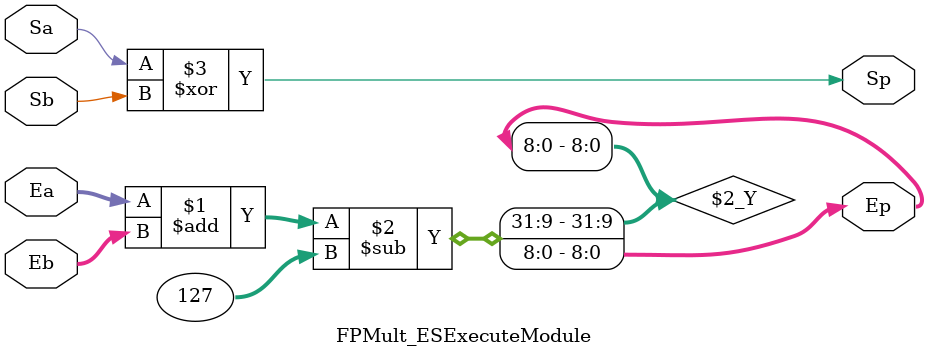
<source format=v>
`timescale 1ns / 1ps


module FPMult_ESExecuteModule(
		Ea,
		Eb,
		Sa,
		Sb,
		Ep,
		Sp
    );

	// Input Ports
	input [7:0] Ea ;						// A's exponent
	input [7:0] Eb ;						// B's exponent
	input Sa ;								// A's sign
	input Sb ;								// B's sign
	
	// Output ports
	output [8:0] Ep ;						// The product exponent
	output Sp ;								// Product sign
	
	assign Ep = (Ea + Eb - 127) ;		// Adding the exponents (adjusting for double bias)
	
	assign Sp = (Sa ^ Sb) ;				// Equal signs give a positive product

endmodule

</source>
